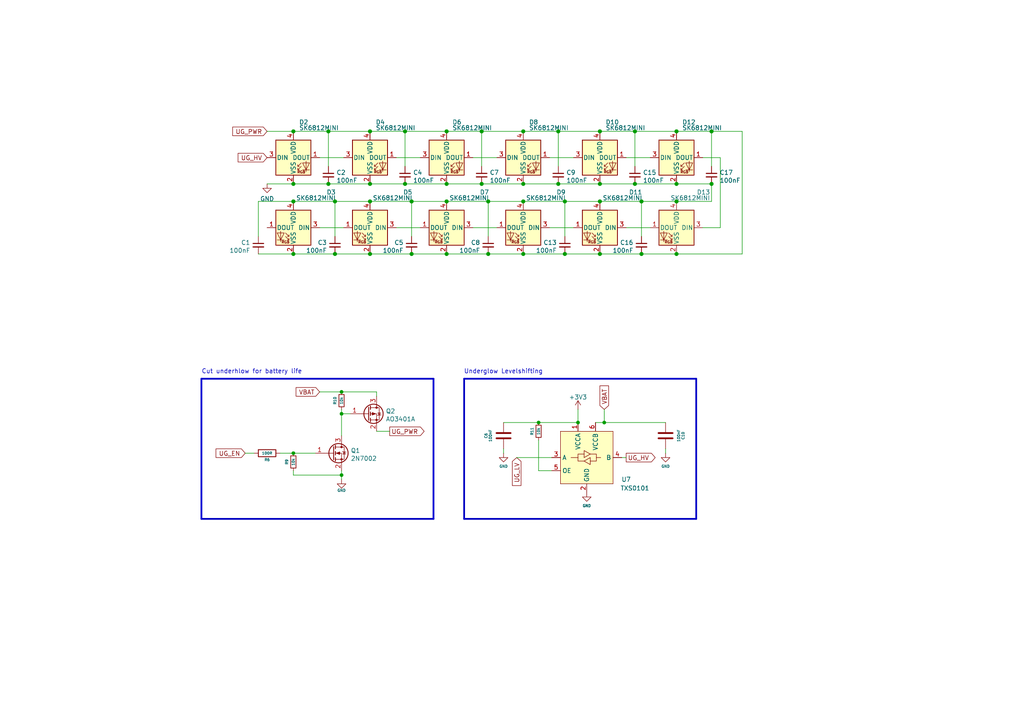
<source format=kicad_sch>
(kicad_sch (version 20210126) (generator eeschema)
  (paper "A4")
  (lib_symbols
    (symbol "Device:C" (pin_numbers hide) (pin_names (offset 0.254))
      (property "Reference" "C" (at 0.635 2.54 0))
      (property "Value" "C" (at 0.635 -2.54 0))
      (symbol "C_0_1"
        (polyline (pts (xy -2.032 -0.762) (xy 2.032 -0.762)) (stroke (width 0.508)))
        (polyline (pts (xy -2.032 0.762) (xy 2.032 0.762)) (stroke (width 0.508)))
      )
      (symbol "C_1_1"
        (pin passive line (at 0 3.81 270) (length 2.794) (name "~") (number "1"))
        (pin passive line (at 0 -3.81 90) (length 2.794) (name "~") (number "2"))
      )
    )
    (symbol "Device:C_Small" (pin_numbers hide) (pin_names (offset 0.254) hide)
      (property "Reference" "C" (at 0.254 1.778 0))
      (property "Value" "C_Small" (at 0.254 -2.032 0))
      (symbol "C_Small_0_1"
        (polyline (pts (xy -1.524 -0.508) (xy 1.524 -0.508)) (stroke (width 0.3302)))
        (polyline (pts (xy -1.524 0.508) (xy 1.524 0.508)) (stroke (width 0.3048)))
      )
      (symbol "C_Small_1_1"
        (pin passive line (at 0 2.54 270) (length 2.032) (name "~") (number "1"))
        (pin passive line (at 0 -2.54 90) (length 2.032) (name "~") (number "2"))
      )
    )
    (symbol "Device:R" (pin_numbers hide) (pin_names (offset 0))
      (property "Reference" "R" (at 2.032 0 90))
      (property "Value" "R" (at 0 0 90))
      (symbol "R_0_1"
        (rectangle (start -1.016 -2.54) (end 1.016 2.54) (stroke (width 0.254)))
      )
      (symbol "R_1_1"
        (pin passive line (at 0 3.81 270) (length 1.27) (name "~") (number "1"))
        (pin passive line (at 0 -3.81 90) (length 1.27) (name "~") (number "2"))
      )
    )
    (symbol "Device:R_Small" (pin_numbers hide) (pin_names (offset 0.254) hide)
      (property "Reference" "R" (at 0.762 0.508 0))
      (property "Value" "R_Small" (at 0.762 -1.016 0))
      (symbol "R_Small_0_1"
        (rectangle (start -0.762 1.778) (end 0.762 -1.778) (stroke (width 0.2032)))
      )
      (symbol "R_Small_1_1"
        (pin passive line (at 0 2.54 270) (length 0.762) (name "~") (number "1"))
        (pin passive line (at 0 -2.54 90) (length 0.762) (name "~") (number "2"))
      )
    )
    (symbol "LED:SK6812MINI" (pin_names (offset 0.254))
      (property "Reference" "D" (at 5.08 5.715 0))
      (property "Value" "SK6812MINI" (at 1.27 -5.715 0))
      (symbol "SK6812MINI_0_0"
        (text "RGB" (at 2.286 -4.191 0) (effects (font (size 0.762 0.762))))
      )
      (symbol "SK6812MINI_0_1"
        (rectangle (start 5.08 5.08) (end -5.08 -5.08) (stroke (width 0.254)) (fill (type background)))
        (polyline (pts (xy 1.27 -3.556) (xy 1.778 -3.556)))
        (polyline (pts (xy 1.27 -2.54) (xy 1.778 -2.54)))
        (polyline (pts (xy 4.699 -3.556) (xy 2.667 -3.556)))
        (polyline (pts (xy 2.286 -2.54) (xy 1.27 -3.556) (xy 1.27 -3.048)))
        (polyline (pts (xy 2.286 -1.524) (xy 1.27 -2.54) (xy 1.27 -2.032)))
        (polyline (pts (xy 3.683 -1.016) (xy 3.683 -3.556) (xy 3.683 -4.064)))
        (polyline (pts (xy 4.699 -1.524) (xy 2.667 -1.524) (xy 3.683 -3.556) (xy 4.699 -1.524)))
      )
      (symbol "SK6812MINI_1_1"
        (pin output line (at 7.62 0 180) (length 2.54) (name "DOUT") (number "1"))
        (pin power_in line (at 0 -7.62 90) (length 2.54) (name "VSS") (number "2"))
        (pin input line (at -7.62 0 0) (length 2.54) (name "DIN") (number "3"))
        (pin power_in line (at 0 7.62 270) (length 2.54) (name "VDD") (number "4"))
      )
    )
    (symbol "Transistor_FET:2N7002" (pin_names hide)
      (property "Reference" "Q" (at 5.08 1.905 0))
      (property "Value" "2N7002" (at 5.08 0 0))
      (symbol "2N7002_0_1"
        (circle (center 1.651 0) (radius 2.794) (stroke (width 0.254)))
        (circle (center 2.54 -1.778) (radius 0.254) (fill (type outline)))
        (circle (center 2.54 1.778) (radius 0.254) (fill (type outline)))
        (polyline (pts (xy 0.254 0) (xy -2.54 0)))
        (polyline (pts (xy 0.254 1.905) (xy 0.254 -1.905)) (stroke (width 0.254)))
        (polyline (pts (xy 0.762 -1.27) (xy 0.762 -2.286)) (stroke (width 0.254)))
        (polyline (pts (xy 0.762 0.508) (xy 0.762 -0.508)) (stroke (width 0.254)))
        (polyline (pts (xy 0.762 2.286) (xy 0.762 1.27)) (stroke (width 0.254)))
        (polyline (pts (xy 2.54 2.54) (xy 2.54 1.778)))
        (polyline (pts (xy 2.54 -2.54) (xy 2.54 0) (xy 0.762 0)))
        (polyline (pts (xy 0.762 -1.778) (xy 3.302 -1.778) (xy 3.302 1.778) (xy 0.762 1.778)))
        (polyline (pts (xy 2.794 0.508) (xy 2.921 0.381) (xy 3.683 0.381) (xy 3.81 0.254)))
        (polyline (pts (xy 3.302 0.381) (xy 2.921 -0.254) (xy 3.683 -0.254) (xy 3.302 0.381)))
        (polyline (pts (xy 1.016 0) (xy 2.032 0.381) (xy 2.032 -0.381) (xy 1.016 0)) (fill (type outline)))
      )
      (symbol "2N7002_1_1"
        (pin input line (at -5.08 0 0) (length 2.54) (name "G") (number "1"))
        (pin passive line (at 2.54 -5.08 90) (length 2.54) (name "S") (number "2"))
        (pin passive line (at 2.54 5.08 270) (length 2.54) (name "D") (number "3"))
      )
    )
    (symbol "Transistor_FET:AO3401A" (pin_names hide)
      (property "Reference" "Q" (at 5.08 1.905 0))
      (property "Value" "AO3401A" (at 5.08 0 0))
      (symbol "AO3401A_0_1"
        (circle (center 1.651 0) (radius 2.794) (stroke (width 0.254)))
        (circle (center 2.54 -1.778) (radius 0.254) (fill (type outline)))
        (circle (center 2.54 1.778) (radius 0.254) (fill (type outline)))
        (polyline (pts (xy 0.254 0) (xy -2.54 0)))
        (polyline (pts (xy 0.254 1.905) (xy 0.254 -1.905)) (stroke (width 0.254)))
        (polyline (pts (xy 0.762 -1.27) (xy 0.762 -2.286)) (stroke (width 0.254)))
        (polyline (pts (xy 0.762 0.508) (xy 0.762 -0.508)) (stroke (width 0.254)))
        (polyline (pts (xy 0.762 2.286) (xy 0.762 1.27)) (stroke (width 0.254)))
        (polyline (pts (xy 2.54 2.54) (xy 2.54 1.778)))
        (polyline (pts (xy 2.54 -2.54) (xy 2.54 0) (xy 0.762 0)))
        (polyline (pts (xy 0.762 1.778) (xy 3.302 1.778) (xy 3.302 -1.778) (xy 0.762 -1.778)))
        (polyline (pts (xy 2.794 -0.508) (xy 2.921 -0.381) (xy 3.683 -0.381) (xy 3.81 -0.254)))
        (polyline (pts (xy 3.302 -0.381) (xy 2.921 0.254) (xy 3.683 0.254) (xy 3.302 -0.381)))
        (polyline (pts (xy 2.286 0) (xy 1.27 0.381) (xy 1.27 -0.381) (xy 2.286 0)) (fill (type outline)))
      )
      (symbol "AO3401A_1_1"
        (pin input line (at -5.08 0 0) (length 2.54) (name "G") (number "1"))
        (pin passive line (at 2.54 -5.08 90) (length 2.54) (name "S") (number "2"))
        (pin passive line (at 2.54 5.08 270) (length 2.54) (name "D") (number "3"))
      )
    )
    (symbol "kicad-keyboard-parts:TXB0101"
      (property "Reference" "U" (at -6.35 11.43 0))
      (property "Value" "TXB0101" (at 3.81 11.43 0))
      (symbol "TXB0101_0_1"
        (rectangle (start -7.62 10.16) (end 7.62 -5.08) (fill (type background)))
        (polyline (pts (xy -2.54 2.54) (xy -2.54 3.556) (xy -0.762 3.556)))
        (polyline (pts (xy 2.794 2.54) (xy 2.794 1.524) (xy 1.016 1.524)))
        (polyline (pts (xy -0.762 1.524) (xy -2.54 1.524) (xy -2.54 2.54) (xy -4.572 2.54)))
        (polyline (pts (xy -0.762 2.54) (xy -0.762 4.572) (xy 1.016 3.556) (xy -0.762 2.54)))
        (polyline (pts (xy 1.016 3.556) (xy 2.794 3.556) (xy 2.794 2.54) (xy 4.064 2.54)))
        (polyline (pts (xy 1.016 2.54) (xy 1.016 0.762) (xy 1.016 0.508) (xy -0.762 1.524) (xy 1.016 2.54)))
      )
      (symbol "TXB0101_1_1"
        (pin power_in line (at -2.54 12.7 270) (length 2.54) (name "VCCA") (number "1"))
        (pin power_in line (at 0 -7.62 90) (length 2.54) (name "GND") (number "2"))
        (pin bidirectional line (at -10.16 2.54 0) (length 2.54) (name "A") (number "3"))
        (pin bidirectional line (at 10.16 2.54 180) (length 2.54) (name "B") (number "4"))
        (pin input line (at -10.16 -1.27 0) (length 2.54) (name "OE") (number "5"))
        (pin power_in line (at 2.54 12.7 270) (length 2.54) (name "VCCB") (number "6"))
      )
    )
    (symbol "power:+3.3V" (power) (pin_names (offset 0))
      (property "Value" "+3.3V" (at 0 3.556 0))
      (symbol "+3.3V_0_1"
        (polyline (pts (xy -0.762 1.27) (xy 0 2.54)))
        (polyline (pts (xy 0 0) (xy 0 2.54)))
        (polyline (pts (xy 0 2.54) (xy 0.762 1.27)))
      )
      (symbol "+3.3V_1_1"
        (pin power_in line (at 0 0 90) (length 0) hide (name "+3V3") (number "1"))
      )
    )
    (symbol "power:GND" (power) (pin_names (offset 0))
      (property "Value" "GND" (at 0 -3.81 0))
      (symbol "GND_0_1"
        (polyline (pts (xy 0 0) (xy 0 -1.27) (xy 1.27 -1.27) (xy 0 -2.54) (xy -1.27 -1.27) (xy 0 -1.27)))
      )
      (symbol "GND_1_1"
        (pin power_in line (at 0 0 270) (length 0) hide (name "GND") (number "1"))
      )
    )
  )
  (junction (at 85.09 38.1) (diameter 1.016))
  (junction (at 85.09 53.34) (diameter 1.016))
  (junction (at 85.09 58.42) (diameter 1.016))
  (junction (at 85.09 73.66) (diameter 1.016))
  (junction (at 85.09 131.445) (diameter 0.9144))
  (junction (at 95.25 38.1) (diameter 1.016))
  (junction (at 95.25 53.34) (diameter 1.016))
  (junction (at 97.155 58.42) (diameter 1.016))
  (junction (at 97.155 73.66) (diameter 1.016))
  (junction (at 99.06 113.665) (diameter 0.9144))
  (junction (at 99.06 120.015) (diameter 0.9144))
  (junction (at 99.06 137.795) (diameter 0.9144))
  (junction (at 107.315 38.1) (diameter 1.016))
  (junction (at 107.315 53.34) (diameter 1.016))
  (junction (at 107.315 58.42) (diameter 1.016))
  (junction (at 107.315 73.66) (diameter 1.016))
  (junction (at 117.475 38.1) (diameter 1.016))
  (junction (at 117.475 53.34) (diameter 1.016))
  (junction (at 119.38 58.42) (diameter 1.016))
  (junction (at 119.38 73.66) (diameter 1.016))
  (junction (at 129.54 38.1) (diameter 1.016))
  (junction (at 129.54 53.34) (diameter 1.016))
  (junction (at 129.54 58.42) (diameter 1.016))
  (junction (at 129.54 73.66) (diameter 1.016))
  (junction (at 139.7 38.1) (diameter 1.016))
  (junction (at 139.7 53.34) (diameter 1.016))
  (junction (at 141.605 58.42) (diameter 1.016))
  (junction (at 141.605 73.66) (diameter 1.016))
  (junction (at 151.765 38.1) (diameter 1.016))
  (junction (at 151.765 53.34) (diameter 1.016))
  (junction (at 151.765 58.42) (diameter 1.016))
  (junction (at 151.765 73.66) (diameter 1.016))
  (junction (at 156.21 122.555) (diameter 0.9144))
  (junction (at 161.925 38.1) (diameter 1.016))
  (junction (at 161.925 53.34) (diameter 1.016))
  (junction (at 163.83 58.42) (diameter 1.016))
  (junction (at 163.83 73.66) (diameter 1.016))
  (junction (at 167.64 122.555) (diameter 0.9144))
  (junction (at 173.99 38.1) (diameter 1.016))
  (junction (at 173.99 53.34) (diameter 1.016))
  (junction (at 173.99 58.42) (diameter 1.016))
  (junction (at 173.99 73.66) (diameter 1.016))
  (junction (at 175.26 122.555) (diameter 0.9144))
  (junction (at 184.15 38.1) (diameter 1.016))
  (junction (at 184.15 53.34) (diameter 1.016))
  (junction (at 186.055 58.42) (diameter 1.016))
  (junction (at 186.055 73.66) (diameter 1.016))
  (junction (at 196.215 38.1) (diameter 1.016))
  (junction (at 196.215 53.34) (diameter 1.016))
  (junction (at 196.215 58.42) (diameter 1.016))
  (junction (at 196.215 73.66) (diameter 1.016))
  (junction (at 206.375 38.1) (diameter 1.016))
  (junction (at 206.375 53.34) (diameter 1.016))
  (wire (pts (xy 71.12 131.445) (xy 73.66 131.445)))
  (wire (pts (xy 74.93 58.42) (xy 74.93 68.58)))
  (wire (pts (xy 77.47 38.1) (xy 85.09 38.1)))
  (wire (pts (xy 77.47 53.34) (xy 85.09 53.34)))
  (wire (pts (xy 81.28 131.445) (xy 85.09 131.445)))
  (wire (pts (xy 85.09 38.1) (xy 95.25 38.1)))
  (wire (pts (xy 85.09 53.34) (xy 95.25 53.34)))
  (wire (pts (xy 85.09 58.42) (xy 74.93 58.42)))
  (wire (pts (xy 85.09 73.66) (xy 74.93 73.66)))
  (wire (pts (xy 85.09 131.445) (xy 91.44 131.445)))
  (wire (pts (xy 85.09 136.525) (xy 85.09 137.795)))
  (wire (pts (xy 85.09 137.795) (xy 99.06 137.795)))
  (wire (pts (xy 92.71 45.72) (xy 99.695 45.72)))
  (wire (pts (xy 92.71 113.665) (xy 99.06 113.665)))
  (wire (pts (xy 95.25 38.1) (xy 95.25 48.26)))
  (wire (pts (xy 95.25 38.1) (xy 107.315 38.1)))
  (wire (pts (xy 95.25 53.34) (xy 107.315 53.34)))
  (wire (pts (xy 97.155 58.42) (xy 85.09 58.42)))
  (wire (pts (xy 97.155 58.42) (xy 97.155 68.58)))
  (wire (pts (xy 97.155 73.66) (xy 85.09 73.66)))
  (wire (pts (xy 99.06 113.665) (xy 109.22 113.665)))
  (wire (pts (xy 99.06 118.745) (xy 99.06 120.015)))
  (wire (pts (xy 99.06 120.015) (xy 99.06 126.365)))
  (wire (pts (xy 99.06 120.015) (xy 101.6 120.015)))
  (wire (pts (xy 99.06 136.525) (xy 99.06 137.795)))
  (wire (pts (xy 99.06 137.795) (xy 99.06 139.065)))
  (wire (pts (xy 99.695 66.04) (xy 92.71 66.04)))
  (wire (pts (xy 107.315 38.1) (xy 117.475 38.1)))
  (wire (pts (xy 107.315 53.34) (xy 117.475 53.34)))
  (wire (pts (xy 107.315 58.42) (xy 97.155 58.42)))
  (wire (pts (xy 107.315 73.66) (xy 97.155 73.66)))
  (wire (pts (xy 109.22 113.665) (xy 109.22 114.935)))
  (wire (pts (xy 109.22 125.095) (xy 113.03 125.095)))
  (wire (pts (xy 114.935 45.72) (xy 121.92 45.72)))
  (wire (pts (xy 117.475 38.1) (xy 117.475 48.26)))
  (wire (pts (xy 117.475 38.1) (xy 129.54 38.1)))
  (wire (pts (xy 117.475 53.34) (xy 129.54 53.34)))
  (wire (pts (xy 119.38 58.42) (xy 107.315 58.42)))
  (wire (pts (xy 119.38 58.42) (xy 119.38 68.58)))
  (wire (pts (xy 119.38 73.66) (xy 107.315 73.66)))
  (wire (pts (xy 121.92 66.04) (xy 114.935 66.04)))
  (wire (pts (xy 129.54 38.1) (xy 139.7 38.1)))
  (wire (pts (xy 129.54 53.34) (xy 139.7 53.34)))
  (wire (pts (xy 129.54 58.42) (xy 119.38 58.42)))
  (wire (pts (xy 129.54 73.66) (xy 119.38 73.66)))
  (wire (pts (xy 137.16 45.72) (xy 144.145 45.72)))
  (wire (pts (xy 139.7 38.1) (xy 139.7 48.26)))
  (wire (pts (xy 139.7 38.1) (xy 151.765 38.1)))
  (wire (pts (xy 139.7 53.34) (xy 151.765 53.34)))
  (wire (pts (xy 141.605 58.42) (xy 129.54 58.42)))
  (wire (pts (xy 141.605 58.42) (xy 141.605 68.58)))
  (wire (pts (xy 141.605 73.66) (xy 129.54 73.66)))
  (wire (pts (xy 144.145 66.04) (xy 137.16 66.04)))
  (wire (pts (xy 146.05 122.555) (xy 156.21 122.555)))
  (wire (pts (xy 146.05 131.445) (xy 146.05 130.175)))
  (wire (pts (xy 149.86 132.715) (xy 160.02 132.715)))
  (wire (pts (xy 151.765 38.1) (xy 161.925 38.1)))
  (wire (pts (xy 151.765 53.34) (xy 161.925 53.34)))
  (wire (pts (xy 151.765 58.42) (xy 141.605 58.42)))
  (wire (pts (xy 151.765 73.66) (xy 141.605 73.66)))
  (wire (pts (xy 156.21 122.555) (xy 167.64 122.555)))
  (wire (pts (xy 156.21 136.525) (xy 156.21 127.635)))
  (wire (pts (xy 159.385 45.72) (xy 166.37 45.72)))
  (wire (pts (xy 160.02 136.525) (xy 156.21 136.525)))
  (wire (pts (xy 161.925 38.1) (xy 161.925 48.26)))
  (wire (pts (xy 161.925 38.1) (xy 173.99 38.1)))
  (wire (pts (xy 161.925 53.34) (xy 173.99 53.34)))
  (wire (pts (xy 163.83 58.42) (xy 151.765 58.42)))
  (wire (pts (xy 163.83 58.42) (xy 163.83 68.58)))
  (wire (pts (xy 163.83 73.66) (xy 151.765 73.66)))
  (wire (pts (xy 166.37 66.04) (xy 159.385 66.04)))
  (wire (pts (xy 167.64 118.745) (xy 167.64 122.555)))
  (wire (pts (xy 172.72 122.555) (xy 175.26 122.555)))
  (wire (pts (xy 173.99 38.1) (xy 184.15 38.1)))
  (wire (pts (xy 173.99 53.34) (xy 184.15 53.34)))
  (wire (pts (xy 173.99 58.42) (xy 163.83 58.42)))
  (wire (pts (xy 173.99 73.66) (xy 163.83 73.66)))
  (wire (pts (xy 175.26 118.745) (xy 175.26 122.555)))
  (wire (pts (xy 175.26 122.555) (xy 193.04 122.555)))
  (wire (pts (xy 180.34 132.715) (xy 181.61 132.715)))
  (wire (pts (xy 181.61 45.72) (xy 188.595 45.72)))
  (wire (pts (xy 184.15 38.1) (xy 184.15 48.26)))
  (wire (pts (xy 184.15 38.1) (xy 196.215 38.1)))
  (wire (pts (xy 184.15 53.34) (xy 196.215 53.34)))
  (wire (pts (xy 186.055 58.42) (xy 173.99 58.42)))
  (wire (pts (xy 186.055 58.42) (xy 186.055 68.58)))
  (wire (pts (xy 186.055 73.66) (xy 173.99 73.66)))
  (wire (pts (xy 186.055 73.66) (xy 196.215 73.66)))
  (wire (pts (xy 188.595 66.04) (xy 181.61 66.04)))
  (wire (pts (xy 193.04 131.445) (xy 193.04 130.175)))
  (wire (pts (xy 196.215 38.1) (xy 206.375 38.1)))
  (wire (pts (xy 196.215 53.34) (xy 206.375 53.34)))
  (wire (pts (xy 196.215 58.42) (xy 186.055 58.42)))
  (wire (pts (xy 196.215 58.42) (xy 206.375 58.42)))
  (wire (pts (xy 196.215 73.66) (xy 215.265 73.66)))
  (wire (pts (xy 203.835 45.72) (xy 208.915 45.72)))
  (wire (pts (xy 206.375 38.1) (xy 206.375 48.26)))
  (wire (pts (xy 206.375 38.1) (xy 215.265 38.1)))
  (wire (pts (xy 206.375 58.42) (xy 206.375 53.34)))
  (wire (pts (xy 208.915 45.72) (xy 208.915 66.04)))
  (wire (pts (xy 208.915 66.04) (xy 203.835 66.04)))
  (wire (pts (xy 215.265 38.1) (xy 215.265 73.66)))
  (polyline (pts (xy -624.205 120.65) (xy -624.84 38.1)) (stroke (width 0.508) (type dash)))
  (polyline (pts (xy 58.42 109.855) (xy 58.42 150.495)) (stroke (width 0.508) (type solid)))
  (polyline (pts (xy 58.42 109.855) (xy 125.73 109.855)) (stroke (width 0.508) (type solid)))
  (polyline (pts (xy 125.73 109.855) (xy 125.73 150.495)) (stroke (width 0.508) (type solid)))
  (polyline (pts (xy 125.73 150.495) (xy 58.42 150.495)) (stroke (width 0.508) (type solid)))
  (polyline (pts (xy 134.62 109.855) (xy 134.62 150.495)) (stroke (width 0.508) (type solid)))
  (polyline (pts (xy 134.62 109.855) (xy 201.93 109.855)) (stroke (width 0.508) (type solid)))
  (polyline (pts (xy 201.93 109.855) (xy 201.93 150.495)) (stroke (width 0.508) (type solid)))
  (polyline (pts (xy 201.93 150.495) (xy 134.62 150.495)) (stroke (width 0.508) (type solid)))
  (text "Cut underhlow for battery life" (at 87.63 108.585 180) (effects (font (size 1.27 1.27)) (justify right bottom)))
  (text "Underglow Levelshifting" (at 157.48 108.585 180) (effects (font (size 1.27 1.27)) (justify right bottom)))
  (global_label "UG_EN" (shape input) (at 71.12 131.445 180) (property "Intersheet References" "${INTERSHEET_REFS}" (effects hide)))
  (global_label "UG_PWR" (shape input) (at 77.47 38.1 180) (property "Intersheet References" "${INTERSHEET_REFS}" (effects hide)))
  (global_label "UG_HV" (shape input) (at 77.47 45.72 180) (property "Intersheet References" "${INTERSHEET_REFS}" (effects hide)))
  (global_label "VBAT" (shape input) (at 92.71 113.665 180) (property "Intersheet References" "${INTERSHEET_REFS}" (effects hide)))
  (global_label "UG_PWR" (shape output) (at 113.03 125.095 0) (property "Intersheet References" "${INTERSHEET_REFS}" (effects hide)))
  (global_label "UG_LV" (shape input) (at 149.86 132.715 270) (property "Intersheet References" "${INTERSHEET_REFS}" (effects hide)))
  (global_label "VBAT" (shape input) (at 175.26 118.745 90) (property "Intersheet References" "${INTERSHEET_REFS}" (effects hide)))
  (global_label "UG_HV" (shape output) (at 181.61 132.715 0) (property "Intersheet References" "${INTERSHEET_REFS}" (effects hide)))
  (symbol (lib_id "power:+3.3V") (at 167.64 118.745 0) (unit 1)
    (property "Reference" "#PWR0115" (effects hide))
    (property "Value" "+3.3V" (at 167.64 115.1976 0))
  )
  (symbol (lib_id "power:GND") (at 77.47 53.34 0) (unit 1)
    (property "Reference" "#PWR0106" (effects hide))
    (property "Value" "GND" (at 77.47 57.6644 0))
  )
  (symbol (lib_id "power:GND") (at 99.06 139.065 0) (unit 1)
    (property "Reference" "#PWR0116" (effects hide))
    (property "Value" "GND" (at 99.06 142.24 0) (effects (font (size 0.762 0.762))))
  )
  (symbol (lib_id "power:GND") (at 146.05 131.445 0) (unit 1)
    (property "Reference" "#PWR0112" (effects hide))
    (property "Value" "GND" (at 146.05 135.255 0) (effects (font (size 0.762 0.762))))
  )
  (symbol (lib_id "power:GND") (at 170.18 142.875 0) (unit 1)
    (property "Reference" "#PWR0114" (effects hide))
    (property "Value" "GND" (at 170.18 146.685 0) (effects (font (size 0.762 0.762))))
  )
  (symbol (lib_id "power:GND") (at 193.04 131.445 0) (unit 1)
    (property "Reference" "#PWR0113" (effects hide))
    (property "Value" "GND" (at 193.04 135.255 0) (effects (font (size 0.762 0.762))))
  )
  (symbol (lib_id "Device:R_Small") (at 85.09 133.985 180) (unit 1)
    (property "Reference" "R9" (at 83.185 133.985 90) (effects (font (size 0.762 0.762))))
    (property "Value" "10k" (at 85.09 133.985 90) (effects (font (size 0.762 0.762))))
    (property "Footprint" "Resistor_SMD:R_0603_1608Metric" (effects hide))
    (property "LCSC" "C25804 " (effects hide))
  )
  (symbol (lib_id "Device:R_Small") (at 99.06 116.205 180) (unit 1)
    (property "Reference" "R10" (at 97.155 116.205 90) (effects (font (size 0.762 0.762))))
    (property "Value" "10k" (at 99.06 116.205 90) (effects (font (size 0.762 0.762))))
    (property "Footprint" "Resistor_SMD:R_0603_1608Metric" (effects hide))
    (property "LCSC" "C25804 " (effects hide))
  )
  (symbol (lib_id "Device:R_Small") (at 156.21 125.095 180) (unit 1)
    (property "Reference" "R11" (at 154.305 125.095 90) (effects (font (size 0.762 0.762))))
    (property "Value" "10k" (at 156.21 125.095 90) (effects (font (size 0.762 0.762))))
    (property "Footprint" "Resistor_SMD:R_0603_1608Metric" (effects hide))
    (property "LCSC" "C25804 " (effects hide))
  )
  (symbol (lib_id "Device:R") (at 77.47 131.445 270) (unit 1)
    (property "Reference" "R6" (at 77.47 133.35 90) (effects (font (size 0.762 0.762))))
    (property "Value" "100R" (at 77.47 131.445 90) (effects (font (size 0.762 0.762))))
    (property "Footprint" "Resistor_SMD:R_0603_1608Metric" (effects hide))
    (property "LCSC" "C22775" (effects hide))
  )
  (symbol (lib_id "Device:C_Small") (at 74.93 71.12 0) (mirror y) (unit 1)
    (property "Reference" "C1" (at 72.6058 70.3591 0) (effects (justify left)))
    (property "Value" "100nF" (at 72.6058 72.6578 0) (effects (justify left)))
    (property "Footprint" "Capacitor_SMD:C_0603_1608Metric" (effects hide))
    (property "LCSC" "C14663" (effects hide))
  )
  (symbol (lib_id "Device:C_Small") (at 95.25 50.8 0) (unit 1)
    (property "Reference" "C2" (at 97.5742 50.0391 0) (effects (justify left)))
    (property "Value" "100nF" (at 97.5742 52.3378 0) (effects (justify left)))
    (property "Footprint" "Capacitor_SMD:C_0603_1608Metric" (effects hide))
    (property "LCSC" "C14663" (effects hide))
  )
  (symbol (lib_id "Device:C_Small") (at 97.155 71.12 0) (mirror y) (unit 1)
    (property "Reference" "C3" (at 94.8308 70.3591 0) (effects (justify left)))
    (property "Value" "100nF" (at 94.8308 72.6578 0) (effects (justify left)))
    (property "Footprint" "Capacitor_SMD:C_0603_1608Metric" (effects hide))
    (property "LCSC" "C14663" (effects hide))
  )
  (symbol (lib_id "Device:C_Small") (at 117.475 50.8 0) (unit 1)
    (property "Reference" "C4" (at 119.7992 50.0391 0) (effects (justify left)))
    (property "Value" "100nF" (at 119.7992 52.3378 0) (effects (justify left)))
    (property "Footprint" "Capacitor_SMD:C_0603_1608Metric" (effects hide))
    (property "LCSC" "C14663" (effects hide))
  )
  (symbol (lib_id "Device:C_Small") (at 119.38 71.12 0) (mirror y) (unit 1)
    (property "Reference" "C5" (at 117.0558 70.3591 0) (effects (justify left)))
    (property "Value" "100nF" (at 117.0558 72.6578 0) (effects (justify left)))
    (property "Footprint" "Capacitor_SMD:C_0603_1608Metric" (effects hide))
    (property "LCSC" "C14663" (effects hide))
  )
  (symbol (lib_id "Device:C_Small") (at 139.7 50.8 0) (unit 1)
    (property "Reference" "C7" (at 142.0242 50.0391 0) (effects (justify left)))
    (property "Value" "100nF" (at 142.0242 52.3378 0) (effects (justify left)))
    (property "Footprint" "Capacitor_SMD:C_0603_1608Metric" (effects hide))
    (property "LCSC" "C14663" (effects hide))
  )
  (symbol (lib_id "Device:C_Small") (at 141.605 71.12 0) (mirror y) (unit 1)
    (property "Reference" "C8" (at 139.2808 70.3591 0) (effects (justify left)))
    (property "Value" "100nF" (at 139.2808 72.6578 0) (effects (justify left)))
    (property "Footprint" "Capacitor_SMD:C_0603_1608Metric" (effects hide))
    (property "LCSC" "C14663" (effects hide))
  )
  (symbol (lib_id "Device:C_Small") (at 161.925 50.8 0) (unit 1)
    (property "Reference" "C9" (at 164.2492 50.0391 0) (effects (justify left)))
    (property "Value" "100nF" (at 164.2492 52.3378 0) (effects (justify left)))
    (property "Footprint" "Capacitor_SMD:C_0603_1608Metric" (effects hide))
    (property "LCSC" "C14663" (effects hide))
  )
  (symbol (lib_id "Device:C_Small") (at 163.83 71.12 0) (mirror y) (unit 1)
    (property "Reference" "C13" (at 161.5058 70.3591 0) (effects (justify left)))
    (property "Value" "100nF" (at 161.5058 72.6578 0) (effects (justify left)))
    (property "Footprint" "Capacitor_SMD:C_0603_1608Metric" (effects hide))
    (property "LCSC" "C14663" (effects hide))
  )
  (symbol (lib_id "Device:C_Small") (at 184.15 50.8 0) (unit 1)
    (property "Reference" "C15" (at 186.4742 50.0391 0) (effects (justify left)))
    (property "Value" "100nF" (at 186.4742 52.3378 0) (effects (justify left)))
    (property "Footprint" "Capacitor_SMD:C_0603_1608Metric" (effects hide))
    (property "LCSC" "C14663" (effects hide))
  )
  (symbol (lib_id "Device:C_Small") (at 186.055 71.12 0) (mirror y) (unit 1)
    (property "Reference" "C16" (at 183.7308 70.3591 0) (effects (justify left)))
    (property "Value" "100nF" (at 183.7308 72.6578 0) (effects (justify left)))
    (property "Footprint" "Capacitor_SMD:C_0603_1608Metric" (effects hide))
    (property "LCSC" "C14663" (effects hide))
  )
  (symbol (lib_id "Device:C_Small") (at 206.375 50.8 0) (unit 1)
    (property "Reference" "C17" (at 208.6992 50.0391 0) (effects (justify left)))
    (property "Value" "100nF" (at 208.6992 52.3378 0) (effects (justify left)))
    (property "Footprint" "Capacitor_SMD:C_0603_1608Metric" (effects hide))
    (property "LCSC" "C14663" (effects hide))
  )
  (symbol (lib_id "Device:C") (at 146.05 126.365 180) (unit 1)
    (property "Reference" "C6" (at 140.97 126.365 90) (effects (font (size 0.762 0.762))))
    (property "Value" "100nF" (at 142.24 126.365 90) (effects (font (size 0.762 0.762))))
    (property "Footprint" "Capacitor_SMD:C_0603_1608Metric" (effects hide))
    (property "LCSC" "C14663" (effects hide))
  )
  (symbol (lib_id "Device:C") (at 193.04 126.365 0) (unit 1)
    (property "Reference" "C10" (at 198.12 126.365 90) (effects (font (size 0.762 0.762))))
    (property "Value" "100nF" (at 196.85 126.365 90) (effects (font (size 0.762 0.762))))
    (property "Footprint" "Capacitor_SMD:C_0603_1608Metric" (effects hide))
    (property "LCSC" "C14663" (effects hide))
  )
  (symbol (lib_id "Transistor_FET:2N7002") (at 96.52 131.445 0) (unit 1)
    (property "Reference" "Q1" (at 101.7271 130.6841 0) (effects (justify left)))
    (property "Value" "2N7002" (at 101.7271 132.9828 0) (effects (justify left)))
    (property "Footprint" "Package_TO_SOT_SMD:SOT-23" (effects hide))
    (property "Datasheet" "https://www.onsemi.com/pub/Collateral/NDS7002A-D.PDF" (effects hide))
    (property "LCSC" "C8545" (effects hide))
  )
  (symbol (lib_id "Transistor_FET:AO3401A") (at 106.68 120.015 0) (unit 1)
    (property "Reference" "Q2" (at 111.8871 119.2541 0) (effects (justify left)))
    (property "Value" "AO3401A" (at 111.8871 121.5528 0) (effects (justify left)))
    (property "Footprint" "Package_TO_SOT_SMD:SOT-23" (effects hide))
    (property "Datasheet" "http://www.aosmd.com/pdfs/datasheet/AO3401A.pdf" (effects hide))
    (property "LCSC" "C347476" (effects hide))
  )
  (symbol (lib_id "LED:SK6812MINI") (at 85.09 45.72 0) (unit 1)
    (property "Reference" "D2" (at 86.7411 35.4341 0) (effects (justify left)))
    (property "Value" "SK6812MINI" (at 86.7411 37.0978 0) (effects (justify left)))
    (property "Footprint" "LED_SMD:LED_SK6812MINI_PLCC4_3.5x3.5mm_P1.75mm" (effects hide))
    (property "Datasheet" "https://cdn-shop.adafruit.com/product-files/2686/SK6812MINI_REV.01-1-2.pdf" (effects hide))
  )
  (symbol (lib_id "LED:SK6812MINI") (at 85.09 66.04 0) (mirror y) (unit 1)
    (property "Reference" "D3" (at 97.4089 55.7541 0) (effects (justify left)))
    (property "Value" "SK6812MINI" (at 97.4089 57.4178 0) (effects (justify left)))
    (property "Footprint" "LED_SMD:LED_SK6812MINI_PLCC4_3.5x3.5mm_P1.75mm" (effects hide))
    (property "Datasheet" "https://cdn-shop.adafruit.com/product-files/2686/SK6812MINI_REV.01-1-2.pdf" (effects hide))
  )
  (symbol (lib_id "LED:SK6812MINI") (at 107.315 45.72 0) (unit 1)
    (property "Reference" "D4" (at 108.9661 35.4341 0) (effects (justify left)))
    (property "Value" "SK6812MINI" (at 108.9661 37.0978 0) (effects (justify left)))
    (property "Footprint" "LED_SMD:LED_SK6812MINI_PLCC4_3.5x3.5mm_P1.75mm" (effects hide))
    (property "Datasheet" "https://cdn-shop.adafruit.com/product-files/2686/SK6812MINI_REV.01-1-2.pdf" (effects hide))
  )
  (symbol (lib_id "LED:SK6812MINI") (at 107.315 66.04 0) (mirror y) (unit 1)
    (property "Reference" "D5" (at 119.6339 55.7541 0) (effects (justify left)))
    (property "Value" "SK6812MINI" (at 119.6339 57.4178 0) (effects (justify left)))
    (property "Footprint" "LED_SMD:LED_SK6812MINI_PLCC4_3.5x3.5mm_P1.75mm" (effects hide))
    (property "Datasheet" "https://cdn-shop.adafruit.com/product-files/2686/SK6812MINI_REV.01-1-2.pdf" (effects hide))
  )
  (symbol (lib_id "LED:SK6812MINI") (at 129.54 45.72 0) (unit 1)
    (property "Reference" "D6" (at 131.1911 35.4341 0) (effects (justify left)))
    (property "Value" "SK6812MINI" (at 131.1911 37.0978 0) (effects (justify left)))
    (property "Footprint" "LED_SMD:LED_SK6812MINI_PLCC4_3.5x3.5mm_P1.75mm" (effects hide))
    (property "Datasheet" "https://cdn-shop.adafruit.com/product-files/2686/SK6812MINI_REV.01-1-2.pdf" (effects hide))
  )
  (symbol (lib_id "LED:SK6812MINI") (at 129.54 66.04 0) (mirror y) (unit 1)
    (property "Reference" "D7" (at 141.8589 55.7541 0) (effects (justify left)))
    (property "Value" "SK6812MINI" (at 141.8589 57.4178 0) (effects (justify left)))
    (property "Footprint" "LED_SMD:LED_SK6812MINI_PLCC4_3.5x3.5mm_P1.75mm" (effects hide))
    (property "Datasheet" "https://cdn-shop.adafruit.com/product-files/2686/SK6812MINI_REV.01-1-2.pdf" (effects hide))
  )
  (symbol (lib_id "LED:SK6812MINI") (at 151.765 45.72 0) (unit 1)
    (property "Reference" "D8" (at 153.4161 35.4341 0) (effects (justify left)))
    (property "Value" "SK6812MINI" (at 153.4161 37.0978 0) (effects (justify left)))
    (property "Footprint" "LED_SMD:LED_SK6812MINI_PLCC4_3.5x3.5mm_P1.75mm" (effects hide))
    (property "Datasheet" "https://cdn-shop.adafruit.com/product-files/2686/SK6812MINI_REV.01-1-2.pdf" (effects hide))
  )
  (symbol (lib_id "LED:SK6812MINI") (at 151.765 66.04 0) (mirror y) (unit 1)
    (property "Reference" "D9" (at 164.0839 55.7541 0) (effects (justify left)))
    (property "Value" "SK6812MINI" (at 164.0839 57.4178 0) (effects (justify left)))
    (property "Footprint" "LED_SMD:LED_SK6812MINI_PLCC4_3.5x3.5mm_P1.75mm" (effects hide))
    (property "Datasheet" "https://cdn-shop.adafruit.com/product-files/2686/SK6812MINI_REV.01-1-2.pdf" (effects hide))
  )
  (symbol (lib_id "LED:SK6812MINI") (at 173.99 45.72 0) (unit 1)
    (property "Reference" "D10" (at 175.6411 35.4341 0) (effects (justify left)))
    (property "Value" "SK6812MINI" (at 175.6411 37.0978 0) (effects (justify left)))
    (property "Footprint" "LED_SMD:LED_SK6812MINI_PLCC4_3.5x3.5mm_P1.75mm" (effects hide))
    (property "Datasheet" "https://cdn-shop.adafruit.com/product-files/2686/SK6812MINI_REV.01-1-2.pdf" (effects hide))
  )
  (symbol (lib_id "LED:SK6812MINI") (at 173.99 66.04 0) (mirror y) (unit 1)
    (property "Reference" "D11" (at 186.3089 55.7541 0) (effects (justify left)))
    (property "Value" "SK6812MINI" (at 186.3089 57.4178 0) (effects (justify left)))
    (property "Footprint" "LED_SMD:LED_SK6812MINI_PLCC4_3.5x3.5mm_P1.75mm" (effects hide))
    (property "Datasheet" "https://cdn-shop.adafruit.com/product-files/2686/SK6812MINI_REV.01-1-2.pdf" (effects hide))
  )
  (symbol (lib_id "LED:SK6812MINI") (at 196.215 45.72 0) (unit 1)
    (property "Reference" "D12" (at 197.8661 35.4341 0) (effects (justify left)))
    (property "Value" "SK6812MINI" (at 197.8661 37.0978 0) (effects (justify left)))
    (property "Footprint" "LED_SMD:LED_SK6812MINI_PLCC4_3.5x3.5mm_P1.75mm" (effects hide))
    (property "Datasheet" "https://cdn-shop.adafruit.com/product-files/2686/SK6812MINI_REV.01-1-2.pdf" (effects hide))
  )
  (symbol (lib_id "LED:SK6812MINI") (at 196.215 66.04 0) (mirror y) (unit 1)
    (property "Reference" "D13" (at 205.9939 55.7541 0) (effects (justify left)))
    (property "Value" "SK6812MINI" (at 205.9939 57.4178 0) (effects (justify left)))
    (property "Footprint" "LED_SMD:LED_SK6812MINI_PLCC4_3.5x3.5mm_P1.75mm" (effects hide))
    (property "Datasheet" "https://cdn-shop.adafruit.com/product-files/2686/SK6812MINI_REV.01-1-2.pdf" (effects hide))
  )
  (symbol (lib_id "kicad-keyboard-parts:TXB0101") (at 170.18 135.255 0) (unit 1)
    (property "Reference" "U7" (at 181.61 139.065 0))
    (property "Value" "TXS0101" (at 184.15 141.605 0))
    (property "Footprint" "Package_TO_SOT_SMD:SOT-363_SC-70-6" (effects hide))
    (property "Datasheet" "https://datasheet.lcsc.com/szlcsc/Texas-Instruments-TI-TXB0101DCKR_C324081.pdf" (effects hide))
    (property "LCSC Part Number" "C132604" (effects hide))
    (property "LCSC" "C324081" (effects hide))
  )
)
</source>
